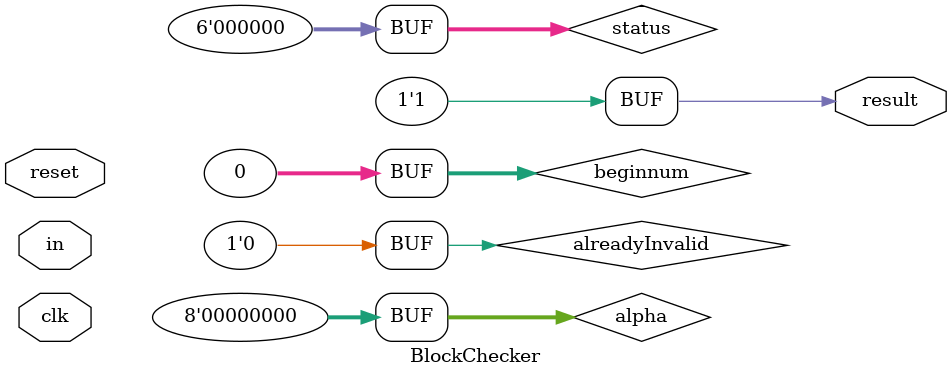
<source format=v>
module BlockChecker(
    input clk,
    input reset,
    input [7:0] in,
    output result
);

reg [7:0] alpha;
reg alreadyInvalid=0;
reg [5:0] status;
reg [31:0] beginnum=0;
always @(reset) begin
    status <= 0;
    beginnum <= 0;
    alreadyInvalid <= 0;
    alpha <= 0;
end

always @(posedge clk) begin
    alpha = (in >= "A" && in <= "Z")?in + 32:in;

    if(alreadyInvalid == 0) 
        alreadyInvalid = ($signed(beginnum) < $signed(0))?1:0;
    else alreadyInvalid = 1;

    if(reset) begin
        status <= 0;
        beginnum <= 0;
        alreadyInvalid <= 0;
        alpha <= 0;
    end
    else begin
    case (status)
        0: begin
            if(alpha == " ")begin
                status <= 0;
            end
            else if(alpha == "b") begin
                status <= 5;
            end
            else if(alpha == "e") begin
                status <= 2;
            end
            else status <= 1;
        end
        1: begin
            if(alpha == " ") status <= 0;
            else status <= 1;
        end
        2: begin
            if (alpha == "n") begin
                status <= 3;
            end 
            else if(alpha == " ")begin
                status <= 0;
            end
            else begin
                status <= 1;
            end
        end
        3: begin
            if (alpha == "d") begin
                status <= 4;
                    beginnum <= beginnum - 1;
            end
            else if(alpha == " ")begin
                status <= 0;
            end
            else begin
                status <= 1;
            end
        end
        4: begin
            if(alpha == " ") begin
                status <= 0;
            end
            else begin
                if(alreadyInvalid == 0 || $signed(beginnum) == $signed(-1) )begin
                    beginnum <= beginnum + 1;
                    alreadyInvalid <= 0;
                end
                else beginnum <= beginnum;
                status <= 1;
            end
        end
        5: begin
            if(alpha == "e") begin
                status <= 6;
            end
            else if(alpha == " ")begin
                status <= 0;
            end
            else begin
                status <= 1;
            end
        end
        6: begin
            if(alpha == "g") begin
                status <= 7;
            end
            else if(alpha == " ")begin
                status <= 0;
            end
            else begin
                status <= 1;
            end
        end
        7:begin
            if(alpha == "i") begin
                status <= 8;
            end
            else if(alpha == " ")begin
                status <= 0;
            end
            else begin
                status <= 1;
            end
        end
        8:begin
            if(alpha == "n") begin
                status <= 9;
                if(alreadyInvalid == 0)
                    beginnum <= beginnum + 1;
                else beginnum <= beginnum;
            end
            else if(alpha == " ")begin
                status <= 0;
            end
            else begin
                status <= 1;
            end
        end
        9:begin
            if(alpha == " ")begin
                status <= 0;
            end
            else begin
                status <= 1;
                if(alreadyInvalid == 0 )
                    beginnum <= beginnum - 1;
                else beginnum <= beginnum;
            end
        end
    endcase
    end
end

assign result = (beginnum == 0&& alreadyInvalid ==0 || reset == 1)?1:0;

endmodule
</source>
